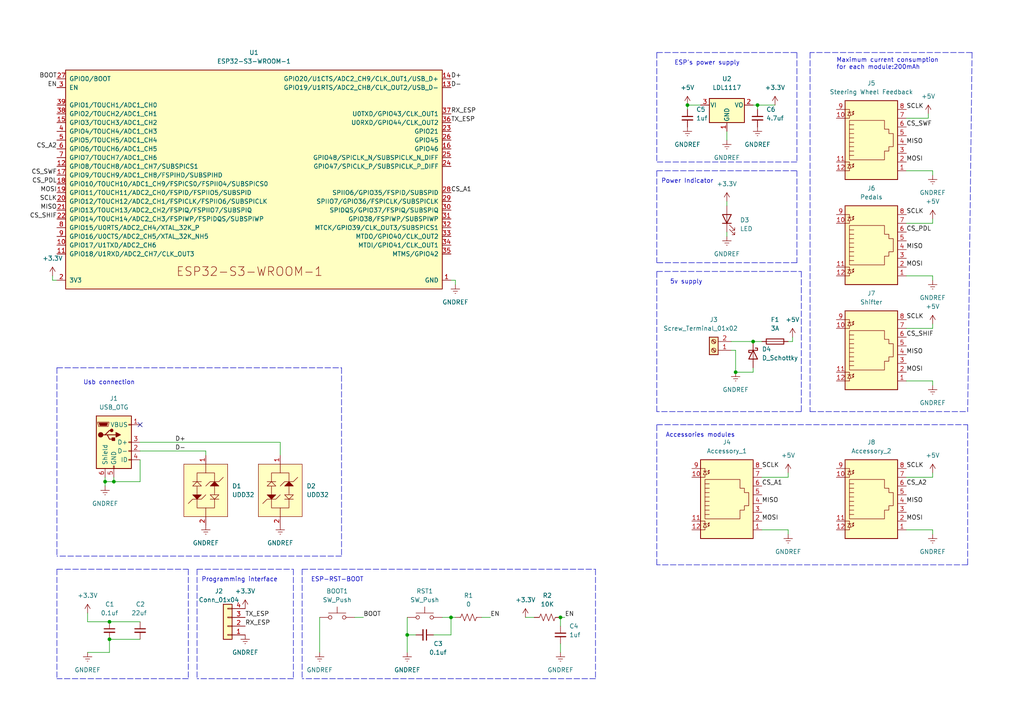
<source format=kicad_sch>
(kicad_sch (version 20211123) (generator eeschema)
  (paper "A4")
  (lib_symbols
    (symbol "CAE32:UDD32"
      (property "Reference" "D" (at 0 7.62 0))
      (property "Value" "UDD32" (at 0 5.08 0))
      (symbol "UDD32_0_1"
        (rectangle (start -7.62 3.81) (end 7.62 -8.89) (fill (type background)))
        (polyline (pts (xy -5.08 -2.54) (xy -7.62 -2.54)))
        (polyline (pts (xy -2.54 -6.35) (xy -2.54 -3.81)))
        (polyline (pts (xy 2.54 1.27) (xy 2.54 -1.27)))
        (polyline (pts (xy 5.08 -2.54) (xy 7.62 -2.54)))
        (polyline (pts (xy -2.54 0) (xy -2.54 -1.27) (xy -1.27 -2.54)))
        (polyline (pts (xy -2.54 0) (xy -2.54 1.27) (xy -3.81 2.54)))
        (polyline (pts (xy 2.54 -5.08) (xy 2.54 -6.35) (xy 3.81 -7.62)))
        (polyline (pts (xy 2.54 -5.08) (xy 2.54 -3.81) (xy 1.27 -2.54)))
        (polyline (pts (xy -2.54 -5.08) (xy -5.08 -5.08) (xy -5.08 0) (xy -2.54 0)))
        (polyline (pts (xy -2.54 0) (xy -1.27 1.27) (xy -1.27 -1.27) (xy -2.54 0)) (fill (type outline)))
        (polyline (pts (xy 2.54 -5.08) (xy 1.27 -6.35) (xy 1.27 -3.81) (xy 2.54 -5.08)) (fill (type outline)))
        (polyline (pts (xy 2.54 0) (xy 5.08 0) (xy 5.08 -5.08) (xy 2.54 -5.08)))
        (polyline (pts (xy -1.27 0) (xy 1.27 0) (xy 1.27 1.27) (xy 2.54 0) (xy 1.27 -1.27) (xy 1.27 0)))
        (polyline (pts (xy 1.27 -5.08) (xy -1.27 -5.08) (xy -1.27 -6.35) (xy -2.54 -5.08) (xy -1.27 -3.81) (xy -1.27 -5.08)))
      )
      (symbol "UDD32_1_1"
        (pin bidirectional line (at -10.16 -2.54 0) (length 2.54) (name "") (number "1"))
        (pin bidirectional line (at 10.16 -2.54 180) (length 2.54) (name "") (number "2"))
      )
    )
    (symbol "Connector:RJ45_LED" (pin_names (offset 1.016))
      (property "Reference" "J" (at -5.08 13.97 0))
      (property "Value" "RJ45_LED" (at 1.27 13.97 0))
      (symbol "RJ45_LED_0_1"
        (polyline (pts (xy -7.62 -7.62) (xy -6.35 -7.62)))
        (polyline (pts (xy -7.62 -5.08) (xy -6.35 -5.08)))
        (polyline (pts (xy -7.62 7.62) (xy -6.35 7.62)))
        (polyline (pts (xy -7.62 10.16) (xy -6.35 10.16)))
        (polyline (pts (xy -6.858 -5.842) (xy -5.842 -5.842)))
        (polyline (pts (xy -6.858 9.398) (xy -5.842 9.398)))
        (polyline (pts (xy -6.35 -7.62) (xy -6.35 -6.858)))
        (polyline (pts (xy -6.35 -5.08) (xy -6.35 -5.842)))
        (polyline (pts (xy -6.35 7.62) (xy -6.35 8.382)))
        (polyline (pts (xy -6.35 10.16) (xy -6.35 9.398)))
        (polyline (pts (xy -5.08 -6.223) (xy -5.207 -6.604)))
        (polyline (pts (xy -5.08 -5.588) (xy -5.207 -5.969)))
        (polyline (pts (xy -5.08 4.445) (xy -6.35 4.445)))
        (polyline (pts (xy -5.08 5.715) (xy -6.35 5.715)))
        (polyline (pts (xy -5.08 9.017) (xy -5.207 8.636)))
        (polyline (pts (xy -5.08 9.652) (xy -5.207 9.271)))
        (polyline (pts (xy -6.35 -3.175) (xy -5.08 -3.175) (xy -5.08 -3.175)))
        (polyline (pts (xy -6.35 -1.905) (xy -5.08 -1.905) (xy -5.08 -1.905)))
        (polyline (pts (xy -6.35 -0.635) (xy -5.08 -0.635) (xy -5.08 -0.635)))
        (polyline (pts (xy -6.35 0.635) (xy -5.08 0.635) (xy -5.08 0.635)))
        (polyline (pts (xy -6.35 1.905) (xy -5.08 1.905) (xy -5.08 1.905)))
        (polyline (pts (xy -5.588 -6.731) (xy -5.08 -6.223) (xy -5.461 -6.35)))
        (polyline (pts (xy -5.588 -6.096) (xy -5.08 -5.588) (xy -5.461 -5.715)))
        (polyline (pts (xy -5.588 8.509) (xy -5.08 9.017) (xy -5.461 8.89)))
        (polyline (pts (xy -5.588 9.144) (xy -5.08 9.652) (xy -5.461 9.525)))
        (polyline (pts (xy -5.08 3.175) (xy -6.35 3.175) (xy -6.35 3.175)))
        (polyline (pts (xy -6.35 -5.842) (xy -6.858 -6.858) (xy -5.842 -6.858) (xy -6.35 -5.842)))
        (polyline (pts (xy -6.35 9.398) (xy -6.858 8.382) (xy -5.842 8.382) (xy -6.35 9.398)))
        (polyline (pts (xy -6.35 -4.445) (xy -6.35 6.985) (xy 3.81 6.985) (xy 3.81 4.445) (xy 5.08 4.445) (xy 5.08 3.175) (xy 6.35 3.175) (xy 6.35 -0.635) (xy 5.08 -0.635) (xy 5.08 -1.905) (xy 3.81 -1.905) (xy 3.81 -4.445) (xy -6.35 -4.445) (xy -6.35 -4.445)))
        (rectangle (start 7.62 12.7) (end -7.62 -10.16) (stroke (width 0.254)) (fill (type background)))
      )
      (symbol "RJ45_LED_1_1"
        (pin passive line (at 10.16 -7.62 180) (length 2.54) (name "~") (number "1"))
        (pin passive line (at -10.16 7.62 0) (length 2.54) (name "~") (number "10"))
        (pin passive line (at -10.16 -5.08 0) (length 2.54) (name "~") (number "11"))
        (pin passive line (at -10.16 -7.62 0) (length 2.54) (name "~") (number "12"))
        (pin passive line (at 10.16 -5.08 180) (length 2.54) (name "~") (number "2"))
        (pin passive line (at 10.16 -2.54 180) (length 2.54) (name "~") (number "3"))
        (pin passive line (at 10.16 0 180) (length 2.54) (name "~") (number "4"))
        (pin passive line (at 10.16 2.54 180) (length 2.54) (name "~") (number "5"))
        (pin passive line (at 10.16 5.08 180) (length 2.54) (name "~") (number "6"))
        (pin passive line (at 10.16 7.62 180) (length 2.54) (name "~") (number "7"))
        (pin passive line (at 10.16 10.16 180) (length 2.54) (name "~") (number "8"))
        (pin passive line (at -10.16 10.16 0) (length 2.54) (name "~") (number "9"))
      )
    )
    (symbol "Connector:Screw_Terminal_01x02" (pin_names (offset 1.016) hide)
      (property "Reference" "J" (at 0 2.54 0))
      (property "Value" "Screw_Terminal_01x02" (at 0 -5.08 0))
      (symbol "Screw_Terminal_01x02_1_1"
        (rectangle (start -1.27 1.27) (end 1.27 -3.81) (stroke (width 0.254)) (fill (type background)))
        (circle (center 0 -2.54) (radius 0.635) (stroke (width 0.1524)))
        (polyline (pts (xy -0.5334 -2.2098) (xy 0.3302 -3.048)) (stroke (width 0.1524)))
        (polyline (pts (xy -0.5334 0.3302) (xy 0.3302 -0.508)) (stroke (width 0.1524)))
        (polyline (pts (xy -0.3556 -2.032) (xy 0.508 -2.8702)) (stroke (width 0.1524)))
        (polyline (pts (xy -0.3556 0.508) (xy 0.508 -0.3302)) (stroke (width 0.1524)))
        (circle (center 0 0) (radius 0.635) (stroke (width 0.1524)))
        (pin passive line (at -5.08 0 0) (length 3.81) (name "Pin_1") (number "1"))
        (pin passive line (at -5.08 -2.54 0) (length 3.81) (name "Pin_2") (number "2"))
      )
    )
    (symbol "Connector:USB_OTG" (pin_names (offset 1.016))
      (property "Reference" "J" (at -5.08 11.43 0))
      (property "Value" "USB_OTG" (at -5.08 8.89 0))
      (symbol "USB_OTG_0_1"
        (rectangle (start -5.08 -7.62) (end 5.08 7.62) (stroke (width 0.254)) (fill (type background)))
        (circle (center -3.81 2.159) (radius 0.635) (stroke (width 0.254)) (fill (type outline)))
        (circle (center -0.635 3.429) (radius 0.381) (stroke (width 0.254)) (fill (type outline)))
        (rectangle (start -0.127 -7.62) (end 0.127 -6.858))
        (polyline (pts (xy -1.905 2.159) (xy 0.635 2.159)) (stroke (width 0.254)))
        (polyline (pts (xy -3.175 2.159) (xy -2.54 2.159) (xy -1.27 3.429) (xy -0.635 3.429)) (stroke (width 0.254)))
        (polyline (pts (xy -2.54 2.159) (xy -1.905 2.159) (xy -1.27 0.889) (xy 0 0.889)) (stroke (width 0.254)))
        (polyline (pts (xy 0.635 2.794) (xy 0.635 1.524) (xy 1.905 2.159) (xy 0.635 2.794)) (stroke (width 0.254)) (fill (type outline)))
        (polyline (pts (xy -4.318 5.588) (xy -1.778 5.588) (xy -2.032 4.826) (xy -4.064 4.826) (xy -4.318 5.588)) (fill (type outline)))
        (polyline (pts (xy -4.699 5.842) (xy -4.699 5.588) (xy -4.445 4.826) (xy -4.445 4.572) (xy -1.651 4.572) (xy -1.651 4.826) (xy -1.397 5.588) (xy -1.397 5.842) (xy -4.699 5.842)))
        (rectangle (start 0.254 1.27) (end -0.508 0.508) (stroke (width 0.254)) (fill (type outline)))
        (rectangle (start 5.08 -5.207) (end 4.318 -4.953))
        (rectangle (start 5.08 -2.667) (end 4.318 -2.413))
        (rectangle (start 5.08 -0.127) (end 4.318 0.127))
        (rectangle (start 5.08 4.953) (end 4.318 5.207))
      )
      (symbol "USB_OTG_1_1"
        (pin passive line (at 7.62 5.08 180) (length 2.54) (name "VBUS") (number "1"))
        (pin bidirectional line (at 7.62 -2.54 180) (length 2.54) (name "D-") (number "2"))
        (pin bidirectional line (at 7.62 0 180) (length 2.54) (name "D+") (number "3"))
        (pin passive line (at 7.62 -5.08 180) (length 2.54) (name "ID") (number "4"))
        (pin passive line (at 0 -10.16 90) (length 2.54) (name "GND") (number "5"))
        (pin passive line (at -2.54 -10.16 90) (length 2.54) (name "Shield") (number "6"))
      )
    )
    (symbol "Connector_Generic:Conn_01x04" (pin_names (offset 1.016) hide)
      (property "Reference" "J" (at 0 5.08 0))
      (property "Value" "Conn_01x04" (at 0 -7.62 0))
      (symbol "Conn_01x04_1_1"
        (rectangle (start -1.27 -4.953) (end 0 -5.207) (stroke (width 0.1524)))
        (rectangle (start -1.27 -2.413) (end 0 -2.667) (stroke (width 0.1524)))
        (rectangle (start -1.27 0.127) (end 0 -0.127) (stroke (width 0.1524)))
        (rectangle (start -1.27 2.667) (end 0 2.413) (stroke (width 0.1524)))
        (rectangle (start -1.27 3.81) (end 1.27 -6.35) (stroke (width 0.254)) (fill (type background)))
        (pin passive line (at -5.08 2.54 0) (length 3.81) (name "Pin_1") (number "1"))
        (pin passive line (at -5.08 0 0) (length 3.81) (name "Pin_2") (number "2"))
        (pin passive line (at -5.08 -2.54 0) (length 3.81) (name "Pin_3") (number "3"))
        (pin passive line (at -5.08 -5.08 0) (length 3.81) (name "Pin_4") (number "4"))
      )
    )
    (symbol "Device:C_Small" (pin_numbers hide) (pin_names (offset 0.254) hide)
      (property "Reference" "C" (at 0.254 1.778 0))
      (property "Value" "C_Small" (at 0.254 -2.032 0))
      (symbol "C_Small_0_1"
        (polyline (pts (xy -1.524 -0.508) (xy 1.524 -0.508)) (stroke (width 0.3302)))
        (polyline (pts (xy -1.524 0.508) (xy 1.524 0.508)) (stroke (width 0.3048)))
      )
      (symbol "C_Small_1_1"
        (pin passive line (at 0 2.54 270) (length 2.032) (name "~") (number "1"))
        (pin passive line (at 0 -2.54 90) (length 2.032) (name "~") (number "2"))
      )
    )
    (symbol "Device:D_Schottky" (pin_numbers hide) (pin_names (offset 1.016) hide)
      (property "Reference" "D" (at 0 2.54 0))
      (property "Value" "D_Schottky" (at 0 -2.54 0))
      (symbol "D_Schottky_0_1"
        (polyline (pts (xy 1.27 0) (xy -1.27 0)))
        (polyline (pts (xy 1.27 1.27) (xy 1.27 -1.27) (xy -1.27 0) (xy 1.27 1.27)) (stroke (width 0.254)))
        (polyline (pts (xy -1.905 0.635) (xy -1.905 1.27) (xy -1.27 1.27) (xy -1.27 -1.27) (xy -0.635 -1.27) (xy -0.635 -0.635)) (stroke (width 0.254)))
      )
      (symbol "D_Schottky_1_1"
        (pin passive line (at -3.81 0 0) (length 2.54) (name "K") (number "1"))
        (pin passive line (at 3.81 0 180) (length 2.54) (name "A") (number "2"))
      )
    )
    (symbol "Device:Fuse" (pin_numbers hide) (pin_names (offset 0))
      (property "Reference" "F" (at 2.032 0 90))
      (property "Value" "Fuse" (at -1.905 0 90))
      (symbol "Fuse_0_1"
        (rectangle (start -0.762 -2.54) (end 0.762 2.54) (stroke (width 0.254)))
        (polyline (pts (xy 0 2.54) (xy 0 -2.54)))
      )
      (symbol "Fuse_1_1"
        (pin passive line (at 0 3.81 270) (length 1.27) (name "~") (number "1"))
        (pin passive line (at 0 -3.81 90) (length 1.27) (name "~") (number "2"))
      )
    )
    (symbol "Device:LED" (pin_numbers hide) (pin_names (offset 1.016) hide)
      (property "Reference" "D" (at 0 2.54 0))
      (property "Value" "LED" (at 0 -2.54 0))
      (symbol "LED_0_1"
        (polyline (pts (xy -1.27 -1.27) (xy -1.27 1.27)) (stroke (width 0.254)))
        (polyline (pts (xy -1.27 0) (xy 1.27 0)))
        (polyline (pts (xy 1.27 -1.27) (xy 1.27 1.27) (xy -1.27 0) (xy 1.27 -1.27)) (stroke (width 0.254)))
        (polyline (pts (xy -3.048 -0.762) (xy -4.572 -2.286) (xy -3.81 -2.286) (xy -4.572 -2.286) (xy -4.572 -1.524)))
        (polyline (pts (xy -1.778 -0.762) (xy -3.302 -2.286) (xy -2.54 -2.286) (xy -3.302 -2.286) (xy -3.302 -1.524)))
      )
      (symbol "LED_1_1"
        (pin passive line (at -3.81 0 0) (length 2.54) (name "K") (number "1"))
        (pin passive line (at 3.81 0 180) (length 2.54) (name "A") (number "2"))
      )
    )
    (symbol "Device:R_US" (pin_numbers hide) (pin_names (offset 0))
      (property "Reference" "R" (at 2.54 0 90))
      (property "Value" "R_US" (at -2.54 0 90))
      (symbol "R_US_0_1"
        (polyline (pts (xy 0 -2.286) (xy 0 -2.54)))
        (polyline (pts (xy 0 2.286) (xy 0 2.54)))
        (polyline (pts (xy 0 -0.762) (xy 1.016 -1.143) (xy 0 -1.524) (xy -1.016 -1.905) (xy 0 -2.286)))
        (polyline (pts (xy 0 0.762) (xy 1.016 0.381) (xy 0 0) (xy -1.016 -0.381) (xy 0 -0.762)))
        (polyline (pts (xy 0 2.286) (xy 1.016 1.905) (xy 0 1.524) (xy -1.016 1.143) (xy 0 0.762)))
      )
      (symbol "R_US_1_1"
        (pin passive line (at 0 3.81 270) (length 1.27) (name "~") (number "1"))
        (pin passive line (at 0 -3.81 90) (length 1.27) (name "~") (number "2"))
      )
    )
    (symbol "Espressif:ESP32-S3-WROOM-1" (pin_names (offset 1.016))
      (property "Reference" "U" (at -53.34 38.1 0))
      (property "Value" "ESP32-S3-WROOM-1" (at -53.34 35.56 0))
      (symbol "ESP32-S3-WROOM-1_0_0"
        (rectangle (start -53.34 33.02) (end 55.88 -30.48) (stroke (width 0.254)) (fill (type background)))
        (text "ESP32-S3-WROOM-1" (at 0 -25.4 0) (effects (font (size 2.54 2.54))))
        (pin power_in line (at 58.42 -27.94 180) (length 2.54) (name "GND") (number "1"))
        (pin bidirectional line (at -55.88 -17.78 0) (length 2.54) (name "GPIO17/U1TXD/ADC2_CH6") (number "10"))
        (pin bidirectional line (at -55.88 -20.32 0) (length 2.54) (name "GPIO18/U1RXD/ADC2_CH7/CLK_OUT3") (number "11"))
        (pin bidirectional line (at -55.88 5.08 0) (length 2.54) (name "GPIO8/TOUCH8/ADC1_CH7/SUBSPICS1") (number "12"))
        (pin bidirectional line (at 58.42 27.94 180) (length 2.54) (name "GPIO19/U1RTS/ADC2_CH8/CLK_OUT2/USB_D-") (number "13"))
        (pin bidirectional line (at 58.42 30.48 180) (length 2.54) (name "GPIO20/U1CTS/ADC2_CH9/CLK_OUT1/USB_D+") (number "14"))
        (pin bidirectional line (at -55.88 17.78 0) (length 2.54) (name "GPIO3/TOUCH3/ADC1_CH2") (number "15"))
        (pin bidirectional line (at 58.42 10.16 180) (length 2.54) (name "GPIO46") (number "16"))
        (pin bidirectional line (at -55.88 2.54 0) (length 2.54) (name "GPIO9/TOUCH9/ADC1_CH8/FSPIHD/SUBSPIHD") (number "17"))
        (pin bidirectional line (at -55.88 0 0) (length 2.54) (name "GPIO10/TOUCH10/ADC1_CH9/FSPICS0/FSPIIO4/SUBSPICS0") (number "18"))
        (pin bidirectional line (at -55.88 -2.54 0) (length 2.54) (name "GPIO11/TOUCH11/ADC2_CH0/FSPID/FSPIIO5/SUBSPID") (number "19"))
        (pin power_in line (at -55.88 -27.94 0) (length 2.54) (name "3V3") (number "2"))
        (pin bidirectional line (at -55.88 -5.08 0) (length 2.54) (name "GPIO12/TOUCH12/ADC2_CH1/FSPICLK/FSPIIO6/SUBSPICLK") (number "20"))
        (pin bidirectional line (at -55.88 -7.62 0) (length 2.54) (name "GPIO13/TOUCH13/ADC2_CH2/FSPIQ/FSPIIO7/SUBSPIQ") (number "21"))
        (pin bidirectional line (at -55.88 -10.16 0) (length 2.54) (name "GPIO14/TOUCH14/ADC2_CH3/FSPIWP/FSPIDQS/SUBSPIWP") (number "22"))
        (pin bidirectional line (at 58.42 15.24 180) (length 2.54) (name "GPIO21") (number "23"))
        (pin bidirectional line (at 58.42 5.08 180) (length 2.54) (name "GPIO47/SPICLK_P/SUBSPICLK_P_DIFF") (number "24"))
        (pin bidirectional line (at 58.42 7.62 180) (length 2.54) (name "GPIO48/SPICLK_N/SUBSPICLK_N_DIFF") (number "25"))
        (pin bidirectional line (at 58.42 12.7 180) (length 2.54) (name "GPIO45") (number "26"))
        (pin bidirectional line (at -55.88 30.48 0) (length 2.54) (name "GPIO0/BOOT") (number "27"))
        (pin bidirectional line (at 58.42 -2.54 180) (length 2.54) (name "SPIIO6/GPIO35/FSPID/SUBSPID") (number "28"))
        (pin bidirectional line (at 58.42 -5.08 180) (length 2.54) (name "SPIIO7/GPIO36/FSPICLK/SUBSPICLK") (number "29"))
        (pin input line (at -55.88 27.94 0) (length 2.54) (name "EN") (number "3"))
        (pin bidirectional line (at 58.42 -7.62 180) (length 2.54) (name "SPIDQS/GPIO37/FSPIQ/SUBSPIQ") (number "30"))
        (pin bidirectional line (at 58.42 -10.16 180) (length 2.54) (name "GPIO38/FSPIWP/SUBSPIWP") (number "31"))
        (pin bidirectional line (at 58.42 -12.7 180) (length 2.54) (name "MTCK/GPIO39/CLK_OUT3/SUBSPICS1") (number "32"))
        (pin bidirectional line (at 58.42 -15.24 180) (length 2.54) (name "MTDO/GPIO40/CLK_OUT2") (number "33"))
        (pin bidirectional line (at 58.42 -17.78 180) (length 2.54) (name "MTDI/GPIO41/CLK_OUT1") (number "34"))
        (pin bidirectional line (at 58.42 -20.32 180) (length 2.54) (name "MTMS/GPIO42") (number "35"))
        (pin bidirectional line (at 58.42 17.78 180) (length 2.54) (name "U0RXD/GPIO44/CLK_OUT2") (number "36"))
        (pin bidirectional line (at 58.42 20.32 180) (length 2.54) (name "U0TXD/GPIO43/CLK_OUT1") (number "37"))
        (pin bidirectional line (at -55.88 20.32 0) (length 2.54) (name "GPIO2/TOUCH2/ADC1_CH1") (number "38"))
        (pin bidirectional line (at -55.88 22.86 0) (length 2.54) (name "GPIO1/TOUCH1/ADC1_CH0") (number "39"))
        (pin bidirectional line (at -55.88 15.24 0) (length 2.54) (name "GPIO4/TOUCH4/ADC1_CH3") (number "4"))
        (pin passive line (at 58.42 -27.94 180) (length 2.54) hide (name "GND") (number "40"))
        (pin passive line (at 58.42 -27.94 180) (length 2.54) hide (name "GND") (number "41"))
        (pin bidirectional line (at -55.88 12.7 0) (length 2.54) (name "GPIO5/TOUCH5/ADC1_CH4") (number "5"))
        (pin bidirectional line (at -55.88 10.16 0) (length 2.54) (name "GPIO6/TOUCH6/ADC1_CH5") (number "6"))
        (pin bidirectional line (at -55.88 7.62 0) (length 2.54) (name "GPIO7/TOUCH7/ADC1_CH6") (number "7"))
        (pin bidirectional line (at -55.88 -12.7 0) (length 2.54) (name "GPIO15/U0RTS/ADC2_CH4/XTAL_32K_P") (number "8"))
        (pin bidirectional line (at -55.88 -15.24 0) (length 2.54) (name "GPIO16/U0CTS/ADC2_CH5/XTAL_32K_NH5") (number "9"))
      )
    )
    (symbol "Regulator_Linear:AP1117-33" (pin_names (offset 0.254))
      (property "Reference" "U" (at -3.81 3.175 0))
      (property "Value" "AP1117-33" (at 0 3.175 0))
      (symbol "AP1117-33_0_1"
        (rectangle (start -5.08 -5.08) (end 5.08 1.905) (stroke (width 0.254)) (fill (type background)))
      )
      (symbol "AP1117-33_1_1"
        (pin power_in line (at 0 -7.62 90) (length 2.54) (name "GND") (number "1"))
        (pin power_out line (at 7.62 0 180) (length 2.54) (name "VO") (number "2"))
        (pin power_in line (at -7.62 0 0) (length 2.54) (name "VI") (number "3"))
      )
    )
    (symbol "Switch:SW_Push" (pin_numbers hide) (pin_names (offset 1.016) hide)
      (property "Reference" "SW" (at 1.27 2.54 0))
      (property "Value" "SW_Push" (at 0 -1.524 0))
      (symbol "SW_Push_0_1"
        (circle (center -2.032 0) (radius 0.508))
        (polyline (pts (xy 0 1.27) (xy 0 3.048)))
        (polyline (pts (xy 2.54 1.27) (xy -2.54 1.27)))
        (circle (center 2.032 0) (radius 0.508))
        (pin passive line (at -5.08 0 0) (length 2.54) (name "1") (number "1"))
        (pin passive line (at 5.08 0 180) (length 2.54) (name "2") (number "2"))
      )
    )
    (symbol "power:+3.3V" (power) (pin_names (offset 0))
      (property "Value" "+3.3V" (at 0 3.556 0))
      (symbol "+3.3V_0_1"
        (polyline (pts (xy -0.762 1.27) (xy 0 2.54)))
        (polyline (pts (xy 0 0) (xy 0 2.54)))
        (polyline (pts (xy 0 2.54) (xy 0.762 1.27)))
      )
      (symbol "+3.3V_1_1"
        (pin power_in line (at 0 0 90) (length 0) hide (name "+3.3V") (number "1"))
      )
    )
    (symbol "power:+5V" (power) (pin_names (offset 0))
      (property "Value" "+5V" (at 0 3.556 0))
      (symbol "+5V_0_1"
        (polyline (pts (xy -0.762 1.27) (xy 0 2.54)))
        (polyline (pts (xy 0 0) (xy 0 2.54)))
        (polyline (pts (xy 0 2.54) (xy 0.762 1.27)))
      )
      (symbol "+5V_1_1"
        (pin power_in line (at 0 0 90) (length 0) hide (name "+5V") (number "1"))
      )
    )
    (symbol "power:GNDREF" (power) (pin_names (offset 0))
      (property "Value" "GNDREF" (at 0 -3.81 0))
      (symbol "GNDREF_0_1"
        (polyline (pts (xy -0.635 -1.905) (xy 0.635 -1.905)))
        (polyline (pts (xy -0.127 -2.54) (xy 0.127 -2.54)))
        (polyline (pts (xy 0 -1.27) (xy 0 0)))
        (polyline (pts (xy 1.27 -1.27) (xy -1.27 -1.27)))
      )
      (symbol "GNDREF_1_1"
        (pin power_in line (at 0 0 270) (length 0) hide (name "GNDREF") (number "1"))
      )
    )
  )
  (junction (at 162.56 179.07))
  (junction (at 33.02 139.7))
  (junction (at 31.75 180.34))
  (junction (at 218.44 99.06))
  (junction (at 219.71 30.48))
  (junction (at 30.48 139.7))
  (junction (at 199.39 30.48))
  (junction (at 118.11 184.15))
  (junction (at 130.81 179.07))
  (junction (at 213.36 107.95))
  (junction (at 31.75 185.42))
  (no_connect (at 40.64 123.19))
  (wire (pts (xy 228.6 153.67) (xy 228.6 154.94)))
  (wire (pts (xy 59.69 130.81) (xy 59.69 132.08)))
  (wire (pts (xy 31.75 180.34) (xy 40.64 180.34)))
  (polyline (pts (xy 190.5 123.19) (xy 199.39 123.19)))
  (polyline (pts (xy 85.09 165.1) (xy 85.09 196.85)))
  (wire (pts (xy 199.39 30.48) (xy 199.39 31.75)))
  (wire (pts (xy 213.36 101.6) (xy 213.36 107.95)))
  (wire (pts (xy 132.08 82.55) (xy 132.08 81.28)))
  (polyline (pts (xy 190.5 163.83) (xy 190.5 123.19)))
  (polyline (pts (xy 234.95 119.38) (xy 280.67 119.38)))
  (polyline (pts (xy 54.61 196.85) (xy 16.51 196.85)))
  (wire (pts (xy 229.87 99.06) (xy 229.87 97.79)))
  (wire (pts (xy 210.82 67.31) (xy 210.82 68.58)))
  (polyline (pts (xy 190.5 15.24) (xy 190.5 46.99)))
  (wire (pts (xy 15.24 80.01) (xy 15.24 81.28)))
  (polyline (pts (xy 231.14 46.99) (xy 190.5 46.99)))
  (wire (pts (xy 118.11 184.15) (xy 118.11 189.23)))
  (polyline (pts (xy 234.95 15.24) (xy 234.95 119.38)))
  (wire (pts (xy 130.81 184.15) (xy 130.81 179.07)))
  (polyline (pts (xy 99.06 106.68) (xy 99.06 161.29)))
  (wire (pts (xy 31.75 185.42) (xy 40.64 185.42)))
  (wire (pts (xy 31.75 189.23) (xy 31.75 185.42)))
  (polyline (pts (xy 190.5 15.24) (xy 231.14 15.24)))
  (wire (pts (xy 199.39 30.48) (xy 203.2 30.48)))
  (wire (pts (xy 270.51 138.43) (xy 262.89 138.43)))
  (wire (pts (xy 25.4 177.8) (xy 25.4 180.34)))
  (wire (pts (xy 218.44 99.06) (xy 220.98 99.06)))
  (polyline (pts (xy 280.67 123.19) (xy 280.67 163.83)))
  (wire (pts (xy 210.82 38.1) (xy 210.82 40.64)))
  (polyline (pts (xy 87.63 165.1) (xy 172.72 165.1)))
  (wire (pts (xy 228.6 138.43) (xy 220.98 138.43)))
  (wire (pts (xy 33.02 139.7) (xy 30.48 139.7)))
  (polyline (pts (xy 232.41 78.74) (xy 232.41 119.38)))
  (wire (pts (xy 270.51 63.5) (xy 270.51 64.77)))
  (wire (pts (xy 162.56 179.07) (xy 163.83 179.07)))
  (wire (pts (xy 218.44 106.68) (xy 218.44 107.95)))
  (wire (pts (xy 92.71 179.07) (xy 92.71 189.23)))
  (wire (pts (xy 30.48 138.43) (xy 30.48 139.7)))
  (wire (pts (xy 220.98 153.67) (xy 228.6 153.67)))
  (wire (pts (xy 270.51 49.53) (xy 270.51 50.8)))
  (wire (pts (xy 139.7 179.07) (xy 142.24 179.07)))
  (wire (pts (xy 25.4 189.23) (xy 31.75 189.23)))
  (wire (pts (xy 270.51 137.16) (xy 270.51 138.43)))
  (wire (pts (xy 118.11 179.07) (xy 118.11 184.15)))
  (wire (pts (xy 262.89 80.01) (xy 270.51 80.01)))
  (wire (pts (xy 15.24 81.28) (xy 16.51 81.28)))
  (wire (pts (xy 40.64 139.7) (xy 33.02 139.7)))
  (wire (pts (xy 262.89 64.77) (xy 270.51 64.77)))
  (wire (pts (xy 130.81 179.07) (xy 132.08 179.07)))
  (polyline (pts (xy 281.94 15.24) (xy 280.67 119.38)))
  (wire (pts (xy 33.02 138.43) (xy 33.02 139.7)))
  (wire (pts (xy 262.89 49.53) (xy 270.51 49.53)))
  (wire (pts (xy 270.51 111.76) (xy 270.51 110.49)))
  (wire (pts (xy 132.08 81.28) (xy 130.81 81.28)))
  (wire (pts (xy 118.11 184.15) (xy 120.65 184.15)))
  (wire (pts (xy 219.71 30.48) (xy 224.79 30.48)))
  (wire (pts (xy 270.51 153.67) (xy 270.51 154.94)))
  (wire (pts (xy 270.51 110.49) (xy 262.89 110.49)))
  (wire (pts (xy 25.4 180.34) (xy 31.75 180.34)))
  (wire (pts (xy 218.44 107.95) (xy 213.36 107.95)))
  (wire (pts (xy 218.44 30.48) (xy 219.71 30.48)))
  (polyline (pts (xy 99.06 161.29) (xy 16.51 161.29)))
  (polyline (pts (xy 190.5 119.38) (xy 190.5 78.74)))
  (wire (pts (xy 219.71 30.48) (xy 219.71 31.75)))
  (polyline (pts (xy 172.72 165.1) (xy 172.72 196.85)))
  (wire (pts (xy 30.48 139.7) (xy 30.48 140.97)))
  (polyline (pts (xy 85.09 196.85) (xy 57.15 196.85)))
  (polyline (pts (xy 87.63 165.1) (xy 87.63 196.85)))
  (polyline (pts (xy 16.51 106.68) (xy 16.51 161.29)))
  (wire (pts (xy 212.09 99.06) (xy 218.44 99.06)))
  (wire (pts (xy 262.89 95.25) (xy 270.51 95.25)))
  (polyline (pts (xy 54.61 165.1) (xy 54.61 196.85)))
  (polyline (pts (xy 16.51 165.1) (xy 54.61 165.1)))
  (wire (pts (xy 152.4 179.07) (xy 154.94 179.07)))
  (polyline (pts (xy 281.94 15.24) (xy 234.95 15.24)))
  (polyline (pts (xy 199.39 123.19) (xy 280.67 123.19)))
  (polyline (pts (xy 57.15 165.1) (xy 57.15 196.85)))
  (wire (pts (xy 270.51 80.01) (xy 270.51 81.28)))
  (wire (pts (xy 210.82 58.42) (xy 210.82 59.69)))
  (wire (pts (xy 270.51 95.25) (xy 270.51 93.98)))
  (polyline (pts (xy 16.51 165.1) (xy 16.51 196.85)))
  (polyline (pts (xy 172.72 196.85) (xy 87.63 196.85)))
  (polyline (pts (xy 16.51 106.68) (xy 99.06 106.68)))
  (polyline (pts (xy 190.5 49.53) (xy 231.14 49.53)))
  (polyline (pts (xy 231.14 15.24) (xy 231.14 46.99)))
  (polyline (pts (xy 190.5 78.74) (xy 190.5 78.74)))
  (wire (pts (xy 162.56 186.69) (xy 162.56 189.23)))
  (polyline (pts (xy 57.15 165.1) (xy 85.09 165.1)))
  (wire (pts (xy 262.89 153.67) (xy 270.51 153.67)))
  (wire (pts (xy 262.89 34.29) (xy 269.24 34.29)))
  (polyline (pts (xy 231.14 76.2) (xy 190.5 76.2)))
  (wire (pts (xy 125.73 184.15) (xy 130.81 184.15)))
  (wire (pts (xy 228.6 137.16) (xy 228.6 138.43)))
  (polyline (pts (xy 190.5 49.53) (xy 190.5 76.2)))
  (wire (pts (xy 40.64 130.81) (xy 59.69 130.81)))
  (wire (pts (xy 162.56 179.07) (xy 162.56 181.61)))
  (wire (pts (xy 269.24 34.29) (xy 269.24 33.02)))
  (wire (pts (xy 228.6 99.06) (xy 229.87 99.06)))
  (wire (pts (xy 81.28 128.27) (xy 81.28 132.08)))
  (polyline (pts (xy 232.41 119.38) (xy 190.5 119.38)))
  (wire (pts (xy 102.87 179.07) (xy 105.41 179.07)))
  (polyline (pts (xy 231.14 49.53) (xy 231.14 76.2)))
  (wire (pts (xy 128.27 179.07) (xy 130.81 179.07)))
  (wire (pts (xy 213.36 101.6) (xy 212.09 101.6)))
  (polyline (pts (xy 190.5 78.74) (xy 232.41 78.74)))
  (polyline (pts (xy 280.67 163.83) (xy 190.5 163.83)))
  (wire (pts (xy 40.64 128.27) (xy 81.28 128.27)))
  (wire (pts (xy 40.64 133.35) (xy 40.64 139.7)))
  (text "Maximum current consumption\nfor each module:200mAh" (at 242.57 20.32 0) (effects (font (size 1.27 1.27)) (justify left bottom)))
  (text "Power Indicator" (at 191.77 53.34 0) (effects (font (size 1.27 1.27)) (justify left bottom)))
  (text "Usb connection" (at 24.13 111.76 0) (effects (font (size 1.27 1.27)) (justify left bottom)))
  (text "Accessories modules" (at 193.04 127 0) (effects (font (size 1.27 1.27)) (justify left bottom)))
  (text "5v supply" (at 194.31 82.55 0) (effects (font (size 1.27 1.27)) (justify left bottom)))
  (text "Programming interface" (at 58.42 168.91 0) (effects (font (size 1.27 1.27)) (justify left bottom)))
  (text "ESP's power supply" (at 195.58 19.05 0) (effects (font (size 1.27 1.27)) (justify left bottom)))
  (text "ESP-RST-BOOT\n" (at 90.17 168.91 0) (effects (font (size 1.27 1.27)) (justify left bottom)))
  (label "D+" (at 50.8 128.27 0))
  (label "SCLK" (at 262.89 135.89 0))
  (label "CS_PDL" (at 262.89 67.31 0))
  (label "MOSI" (at 262.89 77.47 0))
  (label "SCLK" (at 16.51 58.42 180))
  (label "CS_SHIF" (at 16.51 63.5 180))
  (label "BOOT" (at 105.41 179.07 0))
  (label "RX_ESP" (at 71.12 181.61 0))
  (label "BOOT" (at 16.51 22.86 180))
  (label "CS_A2" (at 16.51 43.18 180))
  (label "SCLK" (at 262.89 62.23 0))
  (label "MISO" (at 220.98 146.05 0))
  (label "MISO" (at 262.89 146.05 0))
  (label "TX_ESP" (at 130.81 35.56 0))
  (label "EN" (at 142.24 179.07 0))
  (label "MOSI" (at 262.89 107.95 0))
  (label "D+" (at 130.81 22.86 0))
  (label "CS_SWF" (at 262.89 36.83 0))
  (label "SCLK" (at 262.89 92.71 0))
  (label "TX_ESP" (at 71.12 179.07 0))
  (label "CS_A2" (at 262.89 140.97 0))
  (label "D-" (at 50.8 130.81 0))
  (label "MOSI" (at 262.89 46.99 0))
  (label "EN" (at 16.51 25.4 180))
  (label "MISO" (at 262.89 41.91 0))
  (label "CS_A1" (at 130.81 55.88 0))
  (label "SCLK" (at 220.98 135.89 0))
  (label "SCLK" (at 262.89 31.75 0))
  (label "CS_PDL" (at 16.51 53.34 180))
  (label "CS_SWF" (at 16.51 50.8 180))
  (label "CS_SHIF" (at 262.89 97.79 0))
  (label "MOSI" (at 262.89 151.13 0))
  (label "D-" (at 130.81 25.4 0))
  (label "CS_A1" (at 220.98 140.97 0))
  (label "EN" (at 163.83 179.07 0))
  (label "MISO" (at 262.89 102.87 0))
  (label "MISO" (at 16.51 60.96 180))
  (label "MISO" (at 262.89 72.39 0))
  (label "MOSI" (at 16.51 55.88 180))
  (label "RX_ESP" (at 130.81 33.02 0))
  (label "MOSI" (at 220.98 151.13 0))
  (symbol (lib_id "Device:LED") (at 210.82 63.5 90) (unit 1)
    (property "Reference" "D3" (at 214.63 63.8174 90) (effects (justify right)))
    (property "Value" "LED" (at 214.63 66.3574 90) (effects (justify right)))
    (property "Footprint" "LED_SMD:LED_0805_2012Metric_Pad1.15x1.40mm_HandSolder" (effects hide))
  )
  (symbol (lib_id "Device:C_Small") (at 40.64 182.88 0) (unit 1)
    (property "Reference" "C2" (at 39.37 175.26 0) (effects (justify left)))
    (property "Value" "22uf" (at 38.1 177.8 0) (effects (justify left)))
    (property "Footprint" "Capacitor_SMD:C_0805_2012Metric_Pad1.18x1.45mm_HandSolder" (effects hide))
  )
  (symbol (lib_id "power:GNDREF") (at 219.71 36.83 0) (unit 1)
    (property "Reference" "#PWR020" (effects hide))
    (property "Value" "GNDREF" (at 219.71 41.91 0))
  )
  (symbol (lib_id "power:GNDREF") (at 210.82 40.64 0) (unit 1)
    (property "Reference" "#PWR016" (effects hide))
    (property "Value" "GNDREF" (at 210.82 45.72 0))
  )
  (symbol (lib_id "Regulator_Linear:AP1117-33") (at 210.82 30.48 0) (unit 1)
    (property "Reference" "U2" (at 210.82 22.86 0))
    (property "Value" "LDL1117" (at 210.82 25.4 0))
    (property "Footprint" "Package_TO_SOT_SMD:SOT-223-3_TabPin2" (effects hide))
    (property "Datasheet" "http://www.diodes.com/datasheets/AP1117.pdf" (effects hide))
  )
  (symbol (lib_id "power:GNDREF") (at 213.36 107.95 0) (unit 1)
    (property "Reference" "#PWR019" (effects hide))
    (property "Value" "GNDREF" (at 213.36 113.03 0))
  )
  (symbol (lib_id "power:GNDREF") (at 270.51 81.28 0) (unit 1)
    (property "Reference" "#PWR028" (effects hide))
    (property "Value" "GNDREF" (at 270.51 86.36 0))
  )
  (symbol (lib_id "Device:C_Small") (at 219.71 34.29 0) (unit 1)
    (property "Reference" "C6" (at 222.25 31.75 0) (effects (justify left)))
    (property "Value" "4.7uf" (at 222.25 34.29 0) (effects (justify left)))
    (property "Footprint" "Capacitor_SMD:C_0805_2012Metric_Pad1.18x1.45mm_HandSolder" (effects hide))
  )
  (symbol (lib_id "power:GNDREF") (at 162.56 189.23 0) (unit 1)
    (property "Reference" "#PWR013" (effects hide))
    (property "Value" "GNDREF" (at 162.56 194.31 0))
  )
  (symbol (lib_id "Device:C_Small") (at 31.75 182.88 0) (unit 1)
    (property "Reference" "C1" (at 30.48 175.26 0) (effects (justify left)))
    (property "Value" "0.1uf" (at 29.21 177.8 0) (effects (justify left)))
    (property "Footprint" "Capacitor_SMD:C_0805_2012Metric_Pad1.18x1.45mm_HandSolder" (effects hide))
  )
  (symbol (lib_id "Connector_Generic:Conn_01x04") (at 66.04 181.61 180) (unit 1)
    (property "Reference" "J2" (at 63.5 171.45 0))
    (property "Value" "Conn_01x04" (at 63.5 173.99 0))
    (property "Footprint" "Connector_PinHeader_2.54mm:PinHeader_1x04_P2.54mm_Vertical" (effects hide))
  )
  (symbol (lib_id "Device:R_US") (at 158.75 179.07 90) (unit 1)
    (property "Reference" "R2" (at 158.75 172.72 90))
    (property "Value" "10K" (at 158.75 175.26 90))
    (property "Footprint" "Resistor_SMD:R_0805_2012Metric_Pad1.20x1.40mm_HandSolder" (effects hide))
  )
  (symbol (lib_id "power:+5V") (at 269.24 33.02 0) (unit 1)
    (property "Reference" "#PWR025" (effects hide))
    (property "Value" "+5V" (at 269.24 27.94 0))
  )
  (symbol (lib_id "power:GNDREF") (at 270.51 50.8 0) (unit 1)
    (property "Reference" "#PWR026" (effects hide))
    (property "Value" "GNDREF" (at 270.51 55.88 0))
  )
  (symbol (lib_id "power:+5V") (at 199.39 30.48 0) (mirror y) (unit 1)
    (property "Reference" "#PWR014" (effects hide))
    (property "Value" "+5V" (at 199.39 25.4 0))
  )
  (symbol (lib_id "Connector:RJ45_LED") (at 252.73 102.87 0) (unit 1)
    (property "Reference" "J7" (at 252.73 85.09 0))
    (property "Value" "Shifter" (at 252.73 87.63 0))
    (property "Footprint" "Connector_RJ:RJ45_Amphenol_RJHSE538X" (effects hide))
  )
  (symbol (lib_id "power:+5V") (at 228.6 137.16 0) (unit 1)
    (property "Reference" "#PWR022" (effects hide))
    (property "Value" "+5V" (at 228.6 132.08 0))
  )
  (symbol (lib_id "Connector:USB_OTG") (at 33.02 128.27 0) (unit 1)
    (property "Reference" "J1" (at 33.02 115.57 0))
    (property "Value" "USB_OTG" (at 33.02 118.11 0))
    (property "Footprint" "Connector_USB:USB_Micro-B_Amphenol_10104110_Horizontal" (effects hide))
    (property "Datasheet" " ~" (effects hide))
  )
  (symbol (lib_id "power:+5V") (at 229.87 97.79 0) (unit 1)
    (property "Reference" "#PWR024" (effects hide))
    (property "Value" "+5V" (at 229.87 92.71 0))
  )
  (symbol (lib_id "Device:C_Small") (at 123.19 184.15 270) (unit 1)
    (property "Reference" "C3" (at 125.73 186.69 90) (effects (justify left)))
    (property "Value" "0.1uf" (at 124.46 189.23 90) (effects (justify left)))
    (property "Footprint" "Capacitor_SMD:C_0805_2012Metric_Pad1.18x1.45mm_HandSolder" (effects hide))
  )
  (symbol (lib_id "power:GNDREF") (at 199.39 36.83 0) (unit 1)
    (property "Reference" "#PWR015" (effects hide))
    (property "Value" "GNDREF" (at 199.39 41.91 0))
  )
  (symbol (lib_id "Device:D_Schottky") (at 218.44 102.87 270) (unit 1)
    (property "Reference" "D4" (at 220.98 101.2824 90) (effects (justify left)))
    (property "Value" "D_Schottky" (at 220.98 103.8224 90) (effects (justify left)))
    (property "Footprint" "Diode_SMD:D_SMA_Handsoldering" (effects hide))
  )
  (symbol (lib_id "power:+5V") (at 270.51 93.98 0) (unit 1)
    (property "Reference" "#PWR029" (effects hide))
    (property "Value" "+5V" (at 270.51 88.9 0))
  )
  (symbol (lib_id "power:+3.3V") (at 25.4 177.8 0) (unit 1)
    (property "Reference" "#PWR02" (effects hide))
    (property "Value" "+3.3V" (at 25.4 172.72 0))
  )
  (symbol (lib_id "power:+3.3V") (at 152.4 179.07 0) (unit 1)
    (property "Reference" "#PWR012" (effects hide))
    (property "Value" "+3.3V" (at 152.4 173.99 0))
  )
  (symbol (lib_id "power:+3.3V") (at 15.24 80.01 0) (unit 1)
    (property "Reference" "#PWR01" (effects hide))
    (property "Value" "+3.3V" (at 15.24 74.93 0))
  )
  (symbol (lib_id "Device:C_Small") (at 162.56 184.15 0) (unit 1)
    (property "Reference" "C4" (at 165.1 181.61 0) (effects (justify left)))
    (property "Value" "1uf" (at 165.1 184.15 0) (effects (justify left)))
    (property "Footprint" "Capacitor_SMD:C_0805_2012Metric_Pad1.18x1.45mm_HandSolder" (effects hide))
  )
  (symbol (lib_id "power:GNDREF") (at 25.4 189.23 0) (unit 1)
    (property "Reference" "#PWR03" (effects hide))
    (property "Value" "GNDREF" (at 25.4 194.31 0))
  )
  (symbol (lib_id "CAE32:UDD32") (at 62.23 142.24 270) (unit 1)
    (property "Reference" "D1" (at 67.31 140.9699 90) (effects (justify left)))
    (property "Value" "UDD32" (at 67.31 143.5099 90) (effects (justify left)))
    (property "Footprint" "CAE:UDD32" (effects hide))
  )
  (symbol (lib_id "power:GNDREF") (at 270.51 111.76 0) (unit 1)
    (property "Reference" "#PWR030" (effects hide))
    (property "Value" "GNDREF" (at 270.51 116.84 0))
  )
  (symbol (lib_id "power:+3.3V") (at 224.79 30.48 0) (unit 1)
    (property "Reference" "#PWR021" (effects hide))
    (property "Value" "+3.3V" (at 224.79 25.4 0))
  )
  (symbol (lib_id "power:GNDREF") (at 59.69 152.4 0) (unit 1)
    (property "Reference" "#PWR05" (effects hide))
    (property "Value" "GNDREF" (at 59.69 157.48 0))
  )
  (symbol (lib_id "power:GNDREF") (at 132.08 82.55 0) (unit 1)
    (property "Reference" "#PWR011" (effects hide))
    (property "Value" "GNDREF" (at 132.08 87.63 0))
  )
  (symbol (lib_id "Device:Fuse") (at 224.79 99.06 90) (unit 1)
    (property "Reference" "F1" (at 224.79 92.71 90))
    (property "Value" "3A" (at 224.79 95.25 90))
    (property "Footprint" "Fuse:Fuse_1812_4532Metric_Pad1.30x3.40mm_HandSolder" (effects hide))
  )
  (symbol (lib_id "Connector:Screw_Terminal_01x02") (at 207.01 101.6 180) (unit 1)
    (property "Reference" "J3" (at 207.01 92.71 0))
    (property "Value" "Screw_Terminal_01x02" (at 203.2 95.25 0))
    (property "Footprint" "TerminalBlock:TerminalBlock_bornier-2_P5.08mm" (effects hide))
  )
  (symbol (lib_id "power:GNDREF") (at 30.48 140.97 0) (unit 1)
    (property "Reference" "#PWR04" (effects hide))
    (property "Value" "GNDREF" (at 30.48 146.05 0))
  )
  (symbol (lib_id "power:+5V") (at 270.51 63.5 0) (unit 1)
    (property "Reference" "#PWR027" (effects hide))
    (property "Value" "+5V" (at 270.51 58.42 0))
  )
  (symbol (lib_id "power:GNDREF") (at 81.28 152.4 0) (unit 1)
    (property "Reference" "#PWR08" (effects hide))
    (property "Value" "GNDREF" (at 81.28 157.48 0))
  )
  (symbol (lib_id "Connector:RJ45_LED") (at 252.73 41.91 0) (unit 1)
    (property "Reference" "J5" (at 252.73 24.13 0))
    (property "Value" "Steering Wheel Feedback" (at 252.73 26.67 0))
    (property "Footprint" "Connector_RJ:RJ45_Amphenol_RJHSE538X" (effects hide))
  )
  (symbol (lib_id "power:GNDREF") (at 228.6 154.94 0) (unit 1)
    (property "Reference" "#PWR023" (effects hide))
    (property "Value" "GNDREF" (at 228.6 160.02 0))
  )
  (symbol (lib_id "Espressif:ESP32-S3-WROOM-1") (at 72.39 53.34 0) (unit 1)
    (property "Reference" "U1" (at 73.66 15.24 0))
    (property "Value" "ESP32-S3-WROOM-1" (at 73.66 17.78 0))
    (property "Footprint" "Espressif:ESP32-S3-WROOM-1" (effects hide))
    (property "Datasheet" "https://www.espressif.com/sites/default/files/documentation/esp32-s3-wroom-1_wroom-1u_datasheet_en.pdf" (effects hide))
  )
  (symbol (lib_id "CAE32:UDD32") (at 83.82 142.24 270) (unit 1)
    (property "Reference" "D2" (at 88.9 140.9699 90) (effects (justify left)))
    (property "Value" "UDD32" (at 88.9 143.5099 90) (effects (justify left)))
    (property "Footprint" "CAE:UDD32" (effects hide))
  )
  (symbol (lib_id "Device:R_US") (at 135.89 179.07 90) (unit 1)
    (property "Reference" "R1" (at 135.89 172.72 90))
    (property "Value" "0" (at 135.89 175.26 90))
    (property "Footprint" "Resistor_SMD:R_0805_2012Metric_Pad1.20x1.40mm_HandSolder" (effects hide))
  )
  (symbol (lib_id "power:GNDREF") (at 270.51 154.94 0) (unit 1)
    (property "Reference" "#PWR032" (effects hide))
    (property "Value" "GNDREF" (at 270.51 160.02 0))
  )
  (symbol (lib_id "power:GNDREF") (at 210.82 68.58 0) (unit 1)
    (property "Reference" "#PWR018" (effects hide))
    (property "Value" "GNDREF" (at 210.82 73.66 0))
  )
  (symbol (lib_id "Connector:RJ45_LED") (at 210.82 146.05 0) (unit 1)
    (property "Reference" "J4" (at 210.82 128.27 0))
    (property "Value" "Accessory_1" (at 210.82 130.81 0))
    (property "Footprint" "Connector_RJ:RJ45_Amphenol_RJHSE538X" (effects hide))
  )
  (symbol (lib_id "Connector:RJ45_LED") (at 252.73 146.05 0) (unit 1)
    (property "Reference" "J8" (at 252.73 128.27 0))
    (property "Value" "Accessory_2" (at 252.73 130.81 0))
    (property "Footprint" "Connector_RJ:RJ45_Amphenol_RJHSE538X" (effects hide))
  )
  (symbol (lib_id "power:+3.3V") (at 210.82 58.42 0) (unit 1)
    (property "Reference" "#PWR017" (effects hide))
    (property "Value" "+3.3V" (at 210.82 53.34 0))
  )
  (symbol (lib_id "power:GNDREF") (at 118.11 189.23 0) (unit 1)
    (property "Reference" "#PWR010" (effects hide))
    (property "Value" "GNDREF" (at 118.11 194.31 0))
  )
  (symbol (lib_id "power:+3.3V") (at 71.12 176.53 0) (unit 1)
    (property "Reference" "#PWR06" (effects hide))
    (property "Value" "+3.3V" (at 71.12 171.45 0))
  )
  (symbol (lib_id "Connector:RJ45_LED") (at 252.73 72.39 0) (unit 1)
    (property "Reference" "J6" (at 252.73 54.61 0))
    (property "Value" "Pedals" (at 252.73 57.15 0))
    (property "Footprint" "Connector_RJ:RJ45_Amphenol_RJHSE538X" (effects hide))
  )
  (symbol (lib_id "Switch:SW_Push") (at 123.19 179.07 0) (unit 1)
    (property "Reference" "RST1" (at 123.19 171.45 0))
    (property "Value" "SW_Push" (at 123.19 173.99 0))
    (property "Footprint" "Button_Switch_SMD:SW_Push_1P1T_NO_CK_KSC6xxJ" (effects hide))
  )
  (symbol (lib_id "power:+5V") (at 270.51 137.16 0) (unit 1)
    (property "Reference" "#PWR031" (effects hide))
    (property "Value" "+5V" (at 270.51 132.08 0))
  )
  (symbol (lib_id "Device:C_Small") (at 199.39 34.29 0) (unit 1)
    (property "Reference" "C5" (at 201.93 31.75 0) (effects (justify left)))
    (property "Value" "1uf" (at 201.93 34.29 0) (effects (justify left)))
    (property "Footprint" "Capacitor_SMD:C_0805_2012Metric_Pad1.18x1.45mm_HandSolder" (effects hide))
  )
  (symbol (lib_id "power:GNDREF") (at 92.71 189.23 0) (unit 1)
    (property "Reference" "#PWR09" (effects hide))
    (property "Value" "GNDREF" (at 92.71 194.31 0))
  )
  (symbol (lib_id "power:GNDREF") (at 71.12 184.15 0) (unit 1)
    (property "Reference" "#PWR07" (effects hide))
    (property "Value" "GNDREF" (at 71.12 189.23 0))
  )
  (symbol (lib_id "Switch:SW_Push") (at 97.79 179.07 0) (unit 1)
    (property "Reference" "BOOT1" (at 97.79 171.45 0))
    (property "Value" "SW_Push" (at 97.79 173.99 0))
    (property "Footprint" "Button_Switch_SMD:SW_Push_1P1T_NO_CK_KSC6xxJ" (effects hide))
  )
)
</source>
